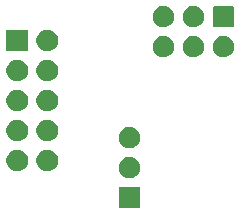
<source format=gbr>
G04 #@! TF.GenerationSoftware,KiCad,Pcbnew,(5.1.6)-1*
G04 #@! TF.CreationDate,2021-11-18T20:37:35-06:00*
G04 #@! TF.ProjectId,SWDAdapter,53574441-6461-4707-9465-722e6b696361,rev?*
G04 #@! TF.SameCoordinates,Original*
G04 #@! TF.FileFunction,Soldermask,Bot*
G04 #@! TF.FilePolarity,Negative*
%FSLAX46Y46*%
G04 Gerber Fmt 4.6, Leading zero omitted, Abs format (unit mm)*
G04 Created by KiCad (PCBNEW (5.1.6)-1) date 2021-11-18 20:37:35*
%MOMM*%
%LPD*%
G01*
G04 APERTURE LIST*
%ADD10C,0.100000*%
G04 APERTURE END LIST*
D10*
G36*
X136396900Y-78321400D02*
G01*
X134594900Y-78321400D01*
X134594900Y-76519400D01*
X136396900Y-76519400D01*
X136396900Y-78321400D01*
G37*
G36*
X135609412Y-73984327D02*
G01*
X135758712Y-74014024D01*
X135922684Y-74081944D01*
X136070254Y-74180547D01*
X136195753Y-74306046D01*
X136294356Y-74453616D01*
X136362276Y-74617588D01*
X136396900Y-74791659D01*
X136396900Y-74969141D01*
X136362276Y-75143212D01*
X136294356Y-75307184D01*
X136195753Y-75454754D01*
X136070254Y-75580253D01*
X135922684Y-75678856D01*
X135758712Y-75746776D01*
X135609412Y-75776473D01*
X135584642Y-75781400D01*
X135407158Y-75781400D01*
X135382388Y-75776473D01*
X135233088Y-75746776D01*
X135069116Y-75678856D01*
X134921546Y-75580253D01*
X134796047Y-75454754D01*
X134697444Y-75307184D01*
X134629524Y-75143212D01*
X134594900Y-74969141D01*
X134594900Y-74791659D01*
X134629524Y-74617588D01*
X134697444Y-74453616D01*
X134796047Y-74306046D01*
X134921546Y-74180547D01*
X135069116Y-74081944D01*
X135233088Y-74014024D01*
X135382388Y-73984327D01*
X135407158Y-73979400D01*
X135584642Y-73979400D01*
X135609412Y-73984327D01*
G37*
G36*
X128796778Y-73390547D02*
G01*
X128963224Y-73459491D01*
X129113022Y-73559583D01*
X129240417Y-73686978D01*
X129340509Y-73836776D01*
X129409453Y-74003222D01*
X129444600Y-74179918D01*
X129444600Y-74360082D01*
X129409453Y-74536778D01*
X129340509Y-74703224D01*
X129240417Y-74853022D01*
X129113022Y-74980417D01*
X128963224Y-75080509D01*
X128796778Y-75149453D01*
X128620082Y-75184600D01*
X128439918Y-75184600D01*
X128263222Y-75149453D01*
X128096776Y-75080509D01*
X127946978Y-74980417D01*
X127819583Y-74853022D01*
X127719491Y-74703224D01*
X127650547Y-74536778D01*
X127615400Y-74360082D01*
X127615400Y-74179918D01*
X127650547Y-74003222D01*
X127719491Y-73836776D01*
X127819583Y-73686978D01*
X127946978Y-73559583D01*
X128096776Y-73459491D01*
X128263222Y-73390547D01*
X128439918Y-73355400D01*
X128620082Y-73355400D01*
X128796778Y-73390547D01*
G37*
G36*
X126256778Y-73390547D02*
G01*
X126423224Y-73459491D01*
X126573022Y-73559583D01*
X126700417Y-73686978D01*
X126800509Y-73836776D01*
X126869453Y-74003222D01*
X126904600Y-74179918D01*
X126904600Y-74360082D01*
X126869453Y-74536778D01*
X126800509Y-74703224D01*
X126700417Y-74853022D01*
X126573022Y-74980417D01*
X126423224Y-75080509D01*
X126256778Y-75149453D01*
X126080082Y-75184600D01*
X125899918Y-75184600D01*
X125723222Y-75149453D01*
X125556776Y-75080509D01*
X125406978Y-74980417D01*
X125279583Y-74853022D01*
X125179491Y-74703224D01*
X125110547Y-74536778D01*
X125075400Y-74360082D01*
X125075400Y-74179918D01*
X125110547Y-74003222D01*
X125179491Y-73836776D01*
X125279583Y-73686978D01*
X125406978Y-73559583D01*
X125556776Y-73459491D01*
X125723222Y-73390547D01*
X125899918Y-73355400D01*
X126080082Y-73355400D01*
X126256778Y-73390547D01*
G37*
G36*
X135609412Y-71444327D02*
G01*
X135758712Y-71474024D01*
X135922684Y-71541944D01*
X136070254Y-71640547D01*
X136195753Y-71766046D01*
X136294356Y-71913616D01*
X136362276Y-72077588D01*
X136396900Y-72251659D01*
X136396900Y-72429141D01*
X136362276Y-72603212D01*
X136294356Y-72767184D01*
X136195753Y-72914754D01*
X136070254Y-73040253D01*
X135922684Y-73138856D01*
X135758712Y-73206776D01*
X135609412Y-73236473D01*
X135584642Y-73241400D01*
X135407158Y-73241400D01*
X135382388Y-73236473D01*
X135233088Y-73206776D01*
X135069116Y-73138856D01*
X134921546Y-73040253D01*
X134796047Y-72914754D01*
X134697444Y-72767184D01*
X134629524Y-72603212D01*
X134594900Y-72429141D01*
X134594900Y-72251659D01*
X134629524Y-72077588D01*
X134697444Y-71913616D01*
X134796047Y-71766046D01*
X134921546Y-71640547D01*
X135069116Y-71541944D01*
X135233088Y-71474024D01*
X135382388Y-71444327D01*
X135407158Y-71439400D01*
X135584642Y-71439400D01*
X135609412Y-71444327D01*
G37*
G36*
X128796778Y-70850547D02*
G01*
X128963224Y-70919491D01*
X129113022Y-71019583D01*
X129240417Y-71146978D01*
X129340509Y-71296776D01*
X129409453Y-71463222D01*
X129444600Y-71639918D01*
X129444600Y-71820082D01*
X129409453Y-71996778D01*
X129340509Y-72163224D01*
X129240417Y-72313022D01*
X129113022Y-72440417D01*
X128963224Y-72540509D01*
X128796778Y-72609453D01*
X128620082Y-72644600D01*
X128439918Y-72644600D01*
X128263222Y-72609453D01*
X128096776Y-72540509D01*
X127946978Y-72440417D01*
X127819583Y-72313022D01*
X127719491Y-72163224D01*
X127650547Y-71996778D01*
X127615400Y-71820082D01*
X127615400Y-71639918D01*
X127650547Y-71463222D01*
X127719491Y-71296776D01*
X127819583Y-71146978D01*
X127946978Y-71019583D01*
X128096776Y-70919491D01*
X128263222Y-70850547D01*
X128439918Y-70815400D01*
X128620082Y-70815400D01*
X128796778Y-70850547D01*
G37*
G36*
X126256778Y-70850547D02*
G01*
X126423224Y-70919491D01*
X126573022Y-71019583D01*
X126700417Y-71146978D01*
X126800509Y-71296776D01*
X126869453Y-71463222D01*
X126904600Y-71639918D01*
X126904600Y-71820082D01*
X126869453Y-71996778D01*
X126800509Y-72163224D01*
X126700417Y-72313022D01*
X126573022Y-72440417D01*
X126423224Y-72540509D01*
X126256778Y-72609453D01*
X126080082Y-72644600D01*
X125899918Y-72644600D01*
X125723222Y-72609453D01*
X125556776Y-72540509D01*
X125406978Y-72440417D01*
X125279583Y-72313022D01*
X125179491Y-72163224D01*
X125110547Y-71996778D01*
X125075400Y-71820082D01*
X125075400Y-71639918D01*
X125110547Y-71463222D01*
X125179491Y-71296776D01*
X125279583Y-71146978D01*
X125406978Y-71019583D01*
X125556776Y-70919491D01*
X125723222Y-70850547D01*
X125899918Y-70815400D01*
X126080082Y-70815400D01*
X126256778Y-70850547D01*
G37*
G36*
X128796778Y-68310547D02*
G01*
X128963224Y-68379491D01*
X129113022Y-68479583D01*
X129240417Y-68606978D01*
X129340509Y-68756776D01*
X129409453Y-68923222D01*
X129444600Y-69099918D01*
X129444600Y-69280082D01*
X129409453Y-69456778D01*
X129340509Y-69623224D01*
X129240417Y-69773022D01*
X129113022Y-69900417D01*
X128963224Y-70000509D01*
X128796778Y-70069453D01*
X128620082Y-70104600D01*
X128439918Y-70104600D01*
X128263222Y-70069453D01*
X128096776Y-70000509D01*
X127946978Y-69900417D01*
X127819583Y-69773022D01*
X127719491Y-69623224D01*
X127650547Y-69456778D01*
X127615400Y-69280082D01*
X127615400Y-69099918D01*
X127650547Y-68923222D01*
X127719491Y-68756776D01*
X127819583Y-68606978D01*
X127946978Y-68479583D01*
X128096776Y-68379491D01*
X128263222Y-68310547D01*
X128439918Y-68275400D01*
X128620082Y-68275400D01*
X128796778Y-68310547D01*
G37*
G36*
X126256778Y-68310547D02*
G01*
X126423224Y-68379491D01*
X126573022Y-68479583D01*
X126700417Y-68606978D01*
X126800509Y-68756776D01*
X126869453Y-68923222D01*
X126904600Y-69099918D01*
X126904600Y-69280082D01*
X126869453Y-69456778D01*
X126800509Y-69623224D01*
X126700417Y-69773022D01*
X126573022Y-69900417D01*
X126423224Y-70000509D01*
X126256778Y-70069453D01*
X126080082Y-70104600D01*
X125899918Y-70104600D01*
X125723222Y-70069453D01*
X125556776Y-70000509D01*
X125406978Y-69900417D01*
X125279583Y-69773022D01*
X125179491Y-69623224D01*
X125110547Y-69456778D01*
X125075400Y-69280082D01*
X125075400Y-69099918D01*
X125110547Y-68923222D01*
X125179491Y-68756776D01*
X125279583Y-68606978D01*
X125406978Y-68479583D01*
X125556776Y-68379491D01*
X125723222Y-68310547D01*
X125899918Y-68275400D01*
X126080082Y-68275400D01*
X126256778Y-68310547D01*
G37*
G36*
X128796778Y-65770547D02*
G01*
X128963224Y-65839491D01*
X129113022Y-65939583D01*
X129240417Y-66066978D01*
X129340509Y-66216776D01*
X129409453Y-66383222D01*
X129444600Y-66559918D01*
X129444600Y-66740082D01*
X129409453Y-66916778D01*
X129340509Y-67083224D01*
X129240417Y-67233022D01*
X129113022Y-67360417D01*
X128963224Y-67460509D01*
X128796778Y-67529453D01*
X128620082Y-67564600D01*
X128439918Y-67564600D01*
X128263222Y-67529453D01*
X128096776Y-67460509D01*
X127946978Y-67360417D01*
X127819583Y-67233022D01*
X127719491Y-67083224D01*
X127650547Y-66916778D01*
X127615400Y-66740082D01*
X127615400Y-66559918D01*
X127650547Y-66383222D01*
X127719491Y-66216776D01*
X127819583Y-66066978D01*
X127946978Y-65939583D01*
X128096776Y-65839491D01*
X128263222Y-65770547D01*
X128439918Y-65735400D01*
X128620082Y-65735400D01*
X128796778Y-65770547D01*
G37*
G36*
X126256778Y-65770547D02*
G01*
X126423224Y-65839491D01*
X126573022Y-65939583D01*
X126700417Y-66066978D01*
X126800509Y-66216776D01*
X126869453Y-66383222D01*
X126904600Y-66559918D01*
X126904600Y-66740082D01*
X126869453Y-66916778D01*
X126800509Y-67083224D01*
X126700417Y-67233022D01*
X126573022Y-67360417D01*
X126423224Y-67460509D01*
X126256778Y-67529453D01*
X126080082Y-67564600D01*
X125899918Y-67564600D01*
X125723222Y-67529453D01*
X125556776Y-67460509D01*
X125406978Y-67360417D01*
X125279583Y-67233022D01*
X125179491Y-67083224D01*
X125110547Y-66916778D01*
X125075400Y-66740082D01*
X125075400Y-66559918D01*
X125110547Y-66383222D01*
X125179491Y-66216776D01*
X125279583Y-66066978D01*
X125406978Y-65939583D01*
X125556776Y-65839491D01*
X125723222Y-65770547D01*
X125899918Y-65735400D01*
X126080082Y-65735400D01*
X126256778Y-65770547D01*
G37*
G36*
X138483512Y-63733927D02*
G01*
X138632812Y-63763624D01*
X138796784Y-63831544D01*
X138944354Y-63930147D01*
X139069853Y-64055646D01*
X139168456Y-64203216D01*
X139236376Y-64367188D01*
X139271000Y-64541259D01*
X139271000Y-64718741D01*
X139236376Y-64892812D01*
X139168456Y-65056784D01*
X139069853Y-65204354D01*
X138944354Y-65329853D01*
X138796784Y-65428456D01*
X138632812Y-65496376D01*
X138483512Y-65526073D01*
X138458742Y-65531000D01*
X138281258Y-65531000D01*
X138256488Y-65526073D01*
X138107188Y-65496376D01*
X137943216Y-65428456D01*
X137795646Y-65329853D01*
X137670147Y-65204354D01*
X137571544Y-65056784D01*
X137503624Y-64892812D01*
X137469000Y-64718741D01*
X137469000Y-64541259D01*
X137503624Y-64367188D01*
X137571544Y-64203216D01*
X137670147Y-64055646D01*
X137795646Y-63930147D01*
X137943216Y-63831544D01*
X138107188Y-63763624D01*
X138256488Y-63733927D01*
X138281258Y-63729000D01*
X138458742Y-63729000D01*
X138483512Y-63733927D01*
G37*
G36*
X141023512Y-63733927D02*
G01*
X141172812Y-63763624D01*
X141336784Y-63831544D01*
X141484354Y-63930147D01*
X141609853Y-64055646D01*
X141708456Y-64203216D01*
X141776376Y-64367188D01*
X141811000Y-64541259D01*
X141811000Y-64718741D01*
X141776376Y-64892812D01*
X141708456Y-65056784D01*
X141609853Y-65204354D01*
X141484354Y-65329853D01*
X141336784Y-65428456D01*
X141172812Y-65496376D01*
X141023512Y-65526073D01*
X140998742Y-65531000D01*
X140821258Y-65531000D01*
X140796488Y-65526073D01*
X140647188Y-65496376D01*
X140483216Y-65428456D01*
X140335646Y-65329853D01*
X140210147Y-65204354D01*
X140111544Y-65056784D01*
X140043624Y-64892812D01*
X140009000Y-64718741D01*
X140009000Y-64541259D01*
X140043624Y-64367188D01*
X140111544Y-64203216D01*
X140210147Y-64055646D01*
X140335646Y-63930147D01*
X140483216Y-63831544D01*
X140647188Y-63763624D01*
X140796488Y-63733927D01*
X140821258Y-63729000D01*
X140998742Y-63729000D01*
X141023512Y-63733927D01*
G37*
G36*
X143563512Y-63733927D02*
G01*
X143712812Y-63763624D01*
X143876784Y-63831544D01*
X144024354Y-63930147D01*
X144149853Y-64055646D01*
X144248456Y-64203216D01*
X144316376Y-64367188D01*
X144351000Y-64541259D01*
X144351000Y-64718741D01*
X144316376Y-64892812D01*
X144248456Y-65056784D01*
X144149853Y-65204354D01*
X144024354Y-65329853D01*
X143876784Y-65428456D01*
X143712812Y-65496376D01*
X143563512Y-65526073D01*
X143538742Y-65531000D01*
X143361258Y-65531000D01*
X143336488Y-65526073D01*
X143187188Y-65496376D01*
X143023216Y-65428456D01*
X142875646Y-65329853D01*
X142750147Y-65204354D01*
X142651544Y-65056784D01*
X142583624Y-64892812D01*
X142549000Y-64718741D01*
X142549000Y-64541259D01*
X142583624Y-64367188D01*
X142651544Y-64203216D01*
X142750147Y-64055646D01*
X142875646Y-63930147D01*
X143023216Y-63831544D01*
X143187188Y-63763624D01*
X143336488Y-63733927D01*
X143361258Y-63729000D01*
X143538742Y-63729000D01*
X143563512Y-63733927D01*
G37*
G36*
X128796778Y-63230547D02*
G01*
X128963224Y-63299491D01*
X129113022Y-63399583D01*
X129240417Y-63526978D01*
X129340509Y-63676776D01*
X129409453Y-63843222D01*
X129444600Y-64019918D01*
X129444600Y-64200082D01*
X129409453Y-64376778D01*
X129340509Y-64543224D01*
X129240417Y-64693022D01*
X129113022Y-64820417D01*
X128963224Y-64920509D01*
X128796778Y-64989453D01*
X128620082Y-65024600D01*
X128439918Y-65024600D01*
X128263222Y-64989453D01*
X128096776Y-64920509D01*
X127946978Y-64820417D01*
X127819583Y-64693022D01*
X127719491Y-64543224D01*
X127650547Y-64376778D01*
X127615400Y-64200082D01*
X127615400Y-64019918D01*
X127650547Y-63843222D01*
X127719491Y-63676776D01*
X127819583Y-63526978D01*
X127946978Y-63399583D01*
X128096776Y-63299491D01*
X128263222Y-63230547D01*
X128439918Y-63195400D01*
X128620082Y-63195400D01*
X128796778Y-63230547D01*
G37*
G36*
X126904600Y-65024600D02*
G01*
X125075400Y-65024600D01*
X125075400Y-63195400D01*
X126904600Y-63195400D01*
X126904600Y-65024600D01*
G37*
G36*
X138478796Y-61192989D02*
G01*
X138632812Y-61223624D01*
X138796784Y-61291544D01*
X138944354Y-61390147D01*
X139069853Y-61515646D01*
X139168456Y-61663216D01*
X139236376Y-61827188D01*
X139271000Y-62001259D01*
X139271000Y-62178741D01*
X139236376Y-62352812D01*
X139168456Y-62516784D01*
X139069853Y-62664354D01*
X138944354Y-62789853D01*
X138796784Y-62888456D01*
X138632812Y-62956376D01*
X138484341Y-62985908D01*
X138458742Y-62991000D01*
X138281258Y-62991000D01*
X138255659Y-62985908D01*
X138107188Y-62956376D01*
X137943216Y-62888456D01*
X137795646Y-62789853D01*
X137670147Y-62664354D01*
X137571544Y-62516784D01*
X137503624Y-62352812D01*
X137469000Y-62178741D01*
X137469000Y-62001259D01*
X137503624Y-61827188D01*
X137571544Y-61663216D01*
X137670147Y-61515646D01*
X137795646Y-61390147D01*
X137943216Y-61291544D01*
X138107188Y-61223624D01*
X138261204Y-61192989D01*
X138281258Y-61189000D01*
X138458742Y-61189000D01*
X138478796Y-61192989D01*
G37*
G36*
X141018796Y-61192989D02*
G01*
X141172812Y-61223624D01*
X141336784Y-61291544D01*
X141484354Y-61390147D01*
X141609853Y-61515646D01*
X141708456Y-61663216D01*
X141776376Y-61827188D01*
X141811000Y-62001259D01*
X141811000Y-62178741D01*
X141776376Y-62352812D01*
X141708456Y-62516784D01*
X141609853Y-62664354D01*
X141484354Y-62789853D01*
X141336784Y-62888456D01*
X141172812Y-62956376D01*
X141024341Y-62985908D01*
X140998742Y-62991000D01*
X140821258Y-62991000D01*
X140795659Y-62985908D01*
X140647188Y-62956376D01*
X140483216Y-62888456D01*
X140335646Y-62789853D01*
X140210147Y-62664354D01*
X140111544Y-62516784D01*
X140043624Y-62352812D01*
X140009000Y-62178741D01*
X140009000Y-62001259D01*
X140043624Y-61827188D01*
X140111544Y-61663216D01*
X140210147Y-61515646D01*
X140335646Y-61390147D01*
X140483216Y-61291544D01*
X140647188Y-61223624D01*
X140801204Y-61192989D01*
X140821258Y-61189000D01*
X140998742Y-61189000D01*
X141018796Y-61192989D01*
G37*
G36*
X144208600Y-61192989D02*
G01*
X144241652Y-61203015D01*
X144272103Y-61219292D01*
X144298799Y-61241201D01*
X144320708Y-61267897D01*
X144336985Y-61298348D01*
X144347011Y-61331400D01*
X144351000Y-61371903D01*
X144351000Y-62808097D01*
X144347011Y-62848600D01*
X144336985Y-62881652D01*
X144320708Y-62912103D01*
X144298799Y-62938799D01*
X144272103Y-62960708D01*
X144241652Y-62976985D01*
X144208600Y-62987011D01*
X144168097Y-62991000D01*
X142731903Y-62991000D01*
X142691400Y-62987011D01*
X142658348Y-62976985D01*
X142627897Y-62960708D01*
X142601201Y-62938799D01*
X142579292Y-62912103D01*
X142563015Y-62881652D01*
X142552989Y-62848600D01*
X142549000Y-62808097D01*
X142549000Y-61371903D01*
X142552989Y-61331400D01*
X142563015Y-61298348D01*
X142579292Y-61267897D01*
X142601201Y-61241201D01*
X142627897Y-61219292D01*
X142658348Y-61203015D01*
X142691400Y-61192989D01*
X142731903Y-61189000D01*
X144168097Y-61189000D01*
X144208600Y-61192989D01*
G37*
M02*

</source>
